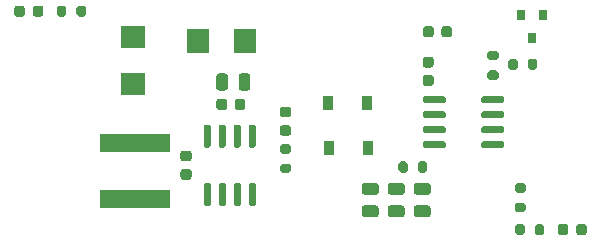
<source format=gbr>
%TF.GenerationSoftware,KiCad,Pcbnew,(5.1.10)-1*%
%TF.CreationDate,2021-09-15T21:12:31+02:00*%
%TF.ProjectId,Aquarium_LED_Dimmer,41717561-7269-4756-9d5f-4c45445f4469,rev?*%
%TF.SameCoordinates,Original*%
%TF.FileFunction,Paste,Top*%
%TF.FilePolarity,Positive*%
%FSLAX46Y46*%
G04 Gerber Fmt 4.6, Leading zero omitted, Abs format (unit mm)*
G04 Created by KiCad (PCBNEW (5.1.10)-1) date 2021-09-15 21:12:31*
%MOMM*%
%LPD*%
G01*
G04 APERTURE LIST*
%ADD10R,5.900000X1.600000*%
%ADD11R,0.800000X0.900000*%
%ADD12R,0.900000X1.200000*%
%ADD13R,1.955800X2.159000*%
%ADD14R,2.159000X1.955800*%
G04 APERTURE END LIST*
%TO.C,R7*%
G36*
G01*
X190425000Y-112475000D02*
X190425000Y-111925000D01*
G75*
G02*
X190625000Y-111725000I200000J0D01*
G01*
X191025000Y-111725000D01*
G75*
G02*
X191225000Y-111925000I0J-200000D01*
G01*
X191225000Y-112475000D01*
G75*
G02*
X191025000Y-112675000I-200000J0D01*
G01*
X190625000Y-112675000D01*
G75*
G02*
X190425000Y-112475000I0J200000D01*
G01*
G37*
G36*
G01*
X188775000Y-112475000D02*
X188775000Y-111925000D01*
G75*
G02*
X188975000Y-111725000I200000J0D01*
G01*
X189375000Y-111725000D01*
G75*
G02*
X189575000Y-111925000I0J-200000D01*
G01*
X189575000Y-112475000D01*
G75*
G02*
X189375000Y-112675000I-200000J0D01*
G01*
X188975000Y-112675000D01*
G75*
G02*
X188775000Y-112475000I0J200000D01*
G01*
G37*
%TD*%
%TO.C,R6*%
G36*
G01*
X188925000Y-109925000D02*
X189475000Y-109925000D01*
G75*
G02*
X189675000Y-110125000I0J-200000D01*
G01*
X189675000Y-110525000D01*
G75*
G02*
X189475000Y-110725000I-200000J0D01*
G01*
X188925000Y-110725000D01*
G75*
G02*
X188725000Y-110525000I0J200000D01*
G01*
X188725000Y-110125000D01*
G75*
G02*
X188925000Y-109925000I200000J0D01*
G01*
G37*
G36*
G01*
X188925000Y-108275000D02*
X189475000Y-108275000D01*
G75*
G02*
X189675000Y-108475000I0J-200000D01*
G01*
X189675000Y-108875000D01*
G75*
G02*
X189475000Y-109075000I-200000J0D01*
G01*
X188925000Y-109075000D01*
G75*
G02*
X188725000Y-108875000I0J200000D01*
G01*
X188725000Y-108475000D01*
G75*
G02*
X188925000Y-108275000I200000J0D01*
G01*
G37*
%TD*%
%TO.C,R5*%
G36*
G01*
X169605000Y-105765000D02*
X169055000Y-105765000D01*
G75*
G02*
X168855000Y-105565000I0J200000D01*
G01*
X168855000Y-105165000D01*
G75*
G02*
X169055000Y-104965000I200000J0D01*
G01*
X169605000Y-104965000D01*
G75*
G02*
X169805000Y-105165000I0J-200000D01*
G01*
X169805000Y-105565000D01*
G75*
G02*
X169605000Y-105765000I-200000J0D01*
G01*
G37*
G36*
G01*
X169605000Y-107415000D02*
X169055000Y-107415000D01*
G75*
G02*
X168855000Y-107215000I0J200000D01*
G01*
X168855000Y-106815000D01*
G75*
G02*
X169055000Y-106615000I200000J0D01*
G01*
X169605000Y-106615000D01*
G75*
G02*
X169805000Y-106815000I0J-200000D01*
G01*
X169805000Y-107215000D01*
G75*
G02*
X169605000Y-107415000I-200000J0D01*
G01*
G37*
%TD*%
%TO.C,R4*%
G36*
G01*
X150775000Y-93425000D02*
X150775000Y-93975000D01*
G75*
G02*
X150575000Y-94175000I-200000J0D01*
G01*
X150175000Y-94175000D01*
G75*
G02*
X149975000Y-93975000I0J200000D01*
G01*
X149975000Y-93425000D01*
G75*
G02*
X150175000Y-93225000I200000J0D01*
G01*
X150575000Y-93225000D01*
G75*
G02*
X150775000Y-93425000I0J-200000D01*
G01*
G37*
G36*
G01*
X152425000Y-93425000D02*
X152425000Y-93975000D01*
G75*
G02*
X152225000Y-94175000I-200000J0D01*
G01*
X151825000Y-94175000D01*
G75*
G02*
X151625000Y-93975000I0J200000D01*
G01*
X151625000Y-93425000D01*
G75*
G02*
X151825000Y-93225000I200000J0D01*
G01*
X152225000Y-93225000D01*
G75*
G02*
X152425000Y-93425000I0J-200000D01*
G01*
G37*
%TD*%
%TO.C,D7*%
G36*
G01*
X193250000Y-111943750D02*
X193250000Y-112456250D01*
G75*
G02*
X193031250Y-112675000I-218750J0D01*
G01*
X192593750Y-112675000D01*
G75*
G02*
X192375000Y-112456250I0J218750D01*
G01*
X192375000Y-111943750D01*
G75*
G02*
X192593750Y-111725000I218750J0D01*
G01*
X193031250Y-111725000D01*
G75*
G02*
X193250000Y-111943750I0J-218750D01*
G01*
G37*
G36*
G01*
X194825000Y-111943750D02*
X194825000Y-112456250D01*
G75*
G02*
X194606250Y-112675000I-218750J0D01*
G01*
X194168750Y-112675000D01*
G75*
G02*
X193950000Y-112456250I0J218750D01*
G01*
X193950000Y-111943750D01*
G75*
G02*
X194168750Y-111725000I218750J0D01*
G01*
X194606250Y-111725000D01*
G75*
G02*
X194825000Y-111943750I0J-218750D01*
G01*
G37*
%TD*%
%TO.C,D6*%
G36*
G01*
X169063750Y-103380000D02*
X169576250Y-103380000D01*
G75*
G02*
X169795000Y-103598750I0J-218750D01*
G01*
X169795000Y-104036250D01*
G75*
G02*
X169576250Y-104255000I-218750J0D01*
G01*
X169063750Y-104255000D01*
G75*
G02*
X168845000Y-104036250I0J218750D01*
G01*
X168845000Y-103598750D01*
G75*
G02*
X169063750Y-103380000I218750J0D01*
G01*
G37*
G36*
G01*
X169063750Y-101805000D02*
X169576250Y-101805000D01*
G75*
G02*
X169795000Y-102023750I0J-218750D01*
G01*
X169795000Y-102461250D01*
G75*
G02*
X169576250Y-102680000I-218750J0D01*
G01*
X169063750Y-102680000D01*
G75*
G02*
X168845000Y-102461250I0J218750D01*
G01*
X168845000Y-102023750D01*
G75*
G02*
X169063750Y-101805000I218750J0D01*
G01*
G37*
%TD*%
%TO.C,D5*%
G36*
G01*
X147937500Y-93956250D02*
X147937500Y-93443750D01*
G75*
G02*
X148156250Y-93225000I218750J0D01*
G01*
X148593750Y-93225000D01*
G75*
G02*
X148812500Y-93443750I0J-218750D01*
G01*
X148812500Y-93956250D01*
G75*
G02*
X148593750Y-94175000I-218750J0D01*
G01*
X148156250Y-94175000D01*
G75*
G02*
X147937500Y-93956250I0J218750D01*
G01*
G37*
G36*
G01*
X146362500Y-93956250D02*
X146362500Y-93443750D01*
G75*
G02*
X146581250Y-93225000I218750J0D01*
G01*
X147018750Y-93225000D01*
G75*
G02*
X147237500Y-93443750I0J-218750D01*
G01*
X147237500Y-93956250D01*
G75*
G02*
X147018750Y-94175000I-218750J0D01*
G01*
X146581250Y-94175000D01*
G75*
G02*
X146362500Y-93956250I0J218750D01*
G01*
G37*
%TD*%
D10*
%TO.C,L1*%
X156600000Y-109600000D03*
X156600000Y-104900000D03*
%TD*%
%TO.C,C8*%
G36*
G01*
X176025000Y-110150000D02*
X176975000Y-110150000D01*
G75*
G02*
X177225000Y-110400000I0J-250000D01*
G01*
X177225000Y-110900000D01*
G75*
G02*
X176975000Y-111150000I-250000J0D01*
G01*
X176025000Y-111150000D01*
G75*
G02*
X175775000Y-110900000I0J250000D01*
G01*
X175775000Y-110400000D01*
G75*
G02*
X176025000Y-110150000I250000J0D01*
G01*
G37*
G36*
G01*
X176025000Y-108250000D02*
X176975000Y-108250000D01*
G75*
G02*
X177225000Y-108500000I0J-250000D01*
G01*
X177225000Y-109000000D01*
G75*
G02*
X176975000Y-109250000I-250000J0D01*
G01*
X176025000Y-109250000D01*
G75*
G02*
X175775000Y-109000000I0J250000D01*
G01*
X175775000Y-108500000D01*
G75*
G02*
X176025000Y-108250000I250000J0D01*
G01*
G37*
%TD*%
%TO.C,C7*%
G36*
G01*
X178225000Y-110150000D02*
X179175000Y-110150000D01*
G75*
G02*
X179425000Y-110400000I0J-250000D01*
G01*
X179425000Y-110900000D01*
G75*
G02*
X179175000Y-111150000I-250000J0D01*
G01*
X178225000Y-111150000D01*
G75*
G02*
X177975000Y-110900000I0J250000D01*
G01*
X177975000Y-110400000D01*
G75*
G02*
X178225000Y-110150000I250000J0D01*
G01*
G37*
G36*
G01*
X178225000Y-108250000D02*
X179175000Y-108250000D01*
G75*
G02*
X179425000Y-108500000I0J-250000D01*
G01*
X179425000Y-109000000D01*
G75*
G02*
X179175000Y-109250000I-250000J0D01*
G01*
X178225000Y-109250000D01*
G75*
G02*
X177975000Y-109000000I0J250000D01*
G01*
X177975000Y-108500000D01*
G75*
G02*
X178225000Y-108250000I250000J0D01*
G01*
G37*
%TD*%
%TO.C,C6*%
G36*
G01*
X180425000Y-110150000D02*
X181375000Y-110150000D01*
G75*
G02*
X181625000Y-110400000I0J-250000D01*
G01*
X181625000Y-110900000D01*
G75*
G02*
X181375000Y-111150000I-250000J0D01*
G01*
X180425000Y-111150000D01*
G75*
G02*
X180175000Y-110900000I0J250000D01*
G01*
X180175000Y-110400000D01*
G75*
G02*
X180425000Y-110150000I250000J0D01*
G01*
G37*
G36*
G01*
X180425000Y-108250000D02*
X181375000Y-108250000D01*
G75*
G02*
X181625000Y-108500000I0J-250000D01*
G01*
X181625000Y-109000000D01*
G75*
G02*
X181375000Y-109250000I-250000J0D01*
G01*
X180425000Y-109250000D01*
G75*
G02*
X180175000Y-109000000I0J250000D01*
G01*
X180175000Y-108500000D01*
G75*
G02*
X180425000Y-108250000I250000J0D01*
G01*
G37*
%TD*%
%TO.C,U2*%
G36*
G01*
X162845000Y-105250000D02*
X162545000Y-105250000D01*
G75*
G02*
X162395000Y-105100000I0J150000D01*
G01*
X162395000Y-103450000D01*
G75*
G02*
X162545000Y-103300000I150000J0D01*
G01*
X162845000Y-103300000D01*
G75*
G02*
X162995000Y-103450000I0J-150000D01*
G01*
X162995000Y-105100000D01*
G75*
G02*
X162845000Y-105250000I-150000J0D01*
G01*
G37*
G36*
G01*
X164115000Y-105250000D02*
X163815000Y-105250000D01*
G75*
G02*
X163665000Y-105100000I0J150000D01*
G01*
X163665000Y-103450000D01*
G75*
G02*
X163815000Y-103300000I150000J0D01*
G01*
X164115000Y-103300000D01*
G75*
G02*
X164265000Y-103450000I0J-150000D01*
G01*
X164265000Y-105100000D01*
G75*
G02*
X164115000Y-105250000I-150000J0D01*
G01*
G37*
G36*
G01*
X165385000Y-105250000D02*
X165085000Y-105250000D01*
G75*
G02*
X164935000Y-105100000I0J150000D01*
G01*
X164935000Y-103450000D01*
G75*
G02*
X165085000Y-103300000I150000J0D01*
G01*
X165385000Y-103300000D01*
G75*
G02*
X165535000Y-103450000I0J-150000D01*
G01*
X165535000Y-105100000D01*
G75*
G02*
X165385000Y-105250000I-150000J0D01*
G01*
G37*
G36*
G01*
X166655000Y-105250000D02*
X166355000Y-105250000D01*
G75*
G02*
X166205000Y-105100000I0J150000D01*
G01*
X166205000Y-103450000D01*
G75*
G02*
X166355000Y-103300000I150000J0D01*
G01*
X166655000Y-103300000D01*
G75*
G02*
X166805000Y-103450000I0J-150000D01*
G01*
X166805000Y-105100000D01*
G75*
G02*
X166655000Y-105250000I-150000J0D01*
G01*
G37*
G36*
G01*
X166655000Y-110200000D02*
X166355000Y-110200000D01*
G75*
G02*
X166205000Y-110050000I0J150000D01*
G01*
X166205000Y-108400000D01*
G75*
G02*
X166355000Y-108250000I150000J0D01*
G01*
X166655000Y-108250000D01*
G75*
G02*
X166805000Y-108400000I0J-150000D01*
G01*
X166805000Y-110050000D01*
G75*
G02*
X166655000Y-110200000I-150000J0D01*
G01*
G37*
G36*
G01*
X165385000Y-110200000D02*
X165085000Y-110200000D01*
G75*
G02*
X164935000Y-110050000I0J150000D01*
G01*
X164935000Y-108400000D01*
G75*
G02*
X165085000Y-108250000I150000J0D01*
G01*
X165385000Y-108250000D01*
G75*
G02*
X165535000Y-108400000I0J-150000D01*
G01*
X165535000Y-110050000D01*
G75*
G02*
X165385000Y-110200000I-150000J0D01*
G01*
G37*
G36*
G01*
X164115000Y-110200000D02*
X163815000Y-110200000D01*
G75*
G02*
X163665000Y-110050000I0J150000D01*
G01*
X163665000Y-108400000D01*
G75*
G02*
X163815000Y-108250000I150000J0D01*
G01*
X164115000Y-108250000D01*
G75*
G02*
X164265000Y-108400000I0J-150000D01*
G01*
X164265000Y-110050000D01*
G75*
G02*
X164115000Y-110200000I-150000J0D01*
G01*
G37*
G36*
G01*
X162845000Y-110200000D02*
X162545000Y-110200000D01*
G75*
G02*
X162395000Y-110050000I0J150000D01*
G01*
X162395000Y-108400000D01*
G75*
G02*
X162545000Y-108250000I150000J0D01*
G01*
X162845000Y-108250000D01*
G75*
G02*
X162995000Y-108400000I0J-150000D01*
G01*
X162995000Y-110050000D01*
G75*
G02*
X162845000Y-110200000I-150000J0D01*
G01*
G37*
%TD*%
%TO.C,U1*%
G36*
G01*
X182900000Y-104855000D02*
X182900000Y-105155000D01*
G75*
G02*
X182750000Y-105305000I-150000J0D01*
G01*
X181100000Y-105305000D01*
G75*
G02*
X180950000Y-105155000I0J150000D01*
G01*
X180950000Y-104855000D01*
G75*
G02*
X181100000Y-104705000I150000J0D01*
G01*
X182750000Y-104705000D01*
G75*
G02*
X182900000Y-104855000I0J-150000D01*
G01*
G37*
G36*
G01*
X182900000Y-103585000D02*
X182900000Y-103885000D01*
G75*
G02*
X182750000Y-104035000I-150000J0D01*
G01*
X181100000Y-104035000D01*
G75*
G02*
X180950000Y-103885000I0J150000D01*
G01*
X180950000Y-103585000D01*
G75*
G02*
X181100000Y-103435000I150000J0D01*
G01*
X182750000Y-103435000D01*
G75*
G02*
X182900000Y-103585000I0J-150000D01*
G01*
G37*
G36*
G01*
X182900000Y-102315000D02*
X182900000Y-102615000D01*
G75*
G02*
X182750000Y-102765000I-150000J0D01*
G01*
X181100000Y-102765000D01*
G75*
G02*
X180950000Y-102615000I0J150000D01*
G01*
X180950000Y-102315000D01*
G75*
G02*
X181100000Y-102165000I150000J0D01*
G01*
X182750000Y-102165000D01*
G75*
G02*
X182900000Y-102315000I0J-150000D01*
G01*
G37*
G36*
G01*
X182900000Y-101045000D02*
X182900000Y-101345000D01*
G75*
G02*
X182750000Y-101495000I-150000J0D01*
G01*
X181100000Y-101495000D01*
G75*
G02*
X180950000Y-101345000I0J150000D01*
G01*
X180950000Y-101045000D01*
G75*
G02*
X181100000Y-100895000I150000J0D01*
G01*
X182750000Y-100895000D01*
G75*
G02*
X182900000Y-101045000I0J-150000D01*
G01*
G37*
G36*
G01*
X187850000Y-101045000D02*
X187850000Y-101345000D01*
G75*
G02*
X187700000Y-101495000I-150000J0D01*
G01*
X186050000Y-101495000D01*
G75*
G02*
X185900000Y-101345000I0J150000D01*
G01*
X185900000Y-101045000D01*
G75*
G02*
X186050000Y-100895000I150000J0D01*
G01*
X187700000Y-100895000D01*
G75*
G02*
X187850000Y-101045000I0J-150000D01*
G01*
G37*
G36*
G01*
X187850000Y-102315000D02*
X187850000Y-102615000D01*
G75*
G02*
X187700000Y-102765000I-150000J0D01*
G01*
X186050000Y-102765000D01*
G75*
G02*
X185900000Y-102615000I0J150000D01*
G01*
X185900000Y-102315000D01*
G75*
G02*
X186050000Y-102165000I150000J0D01*
G01*
X187700000Y-102165000D01*
G75*
G02*
X187850000Y-102315000I0J-150000D01*
G01*
G37*
G36*
G01*
X187850000Y-103585000D02*
X187850000Y-103885000D01*
G75*
G02*
X187700000Y-104035000I-150000J0D01*
G01*
X186050000Y-104035000D01*
G75*
G02*
X185900000Y-103885000I0J150000D01*
G01*
X185900000Y-103585000D01*
G75*
G02*
X186050000Y-103435000I150000J0D01*
G01*
X187700000Y-103435000D01*
G75*
G02*
X187850000Y-103585000I0J-150000D01*
G01*
G37*
G36*
G01*
X187850000Y-104855000D02*
X187850000Y-105155000D01*
G75*
G02*
X187700000Y-105305000I-150000J0D01*
G01*
X186050000Y-105305000D01*
G75*
G02*
X185900000Y-105155000I0J150000D01*
G01*
X185900000Y-104855000D01*
G75*
G02*
X186050000Y-104705000I150000J0D01*
G01*
X187700000Y-104705000D01*
G75*
G02*
X187850000Y-104855000I0J-150000D01*
G01*
G37*
%TD*%
%TO.C,R3*%
G36*
G01*
X189825000Y-98475000D02*
X189825000Y-97925000D01*
G75*
G02*
X190025000Y-97725000I200000J0D01*
G01*
X190425000Y-97725000D01*
G75*
G02*
X190625000Y-97925000I0J-200000D01*
G01*
X190625000Y-98475000D01*
G75*
G02*
X190425000Y-98675000I-200000J0D01*
G01*
X190025000Y-98675000D01*
G75*
G02*
X189825000Y-98475000I0J200000D01*
G01*
G37*
G36*
G01*
X188175000Y-98475000D02*
X188175000Y-97925000D01*
G75*
G02*
X188375000Y-97725000I200000J0D01*
G01*
X188775000Y-97725000D01*
G75*
G02*
X188975000Y-97925000I0J-200000D01*
G01*
X188975000Y-98475000D01*
G75*
G02*
X188775000Y-98675000I-200000J0D01*
G01*
X188375000Y-98675000D01*
G75*
G02*
X188175000Y-98475000I0J200000D01*
G01*
G37*
%TD*%
%TO.C,R2*%
G36*
G01*
X186625000Y-98725000D02*
X187175000Y-98725000D01*
G75*
G02*
X187375000Y-98925000I0J-200000D01*
G01*
X187375000Y-99325000D01*
G75*
G02*
X187175000Y-99525000I-200000J0D01*
G01*
X186625000Y-99525000D01*
G75*
G02*
X186425000Y-99325000I0J200000D01*
G01*
X186425000Y-98925000D01*
G75*
G02*
X186625000Y-98725000I200000J0D01*
G01*
G37*
G36*
G01*
X186625000Y-97075000D02*
X187175000Y-97075000D01*
G75*
G02*
X187375000Y-97275000I0J-200000D01*
G01*
X187375000Y-97675000D01*
G75*
G02*
X187175000Y-97875000I-200000J0D01*
G01*
X186625000Y-97875000D01*
G75*
G02*
X186425000Y-97675000I0J200000D01*
G01*
X186425000Y-97275000D01*
G75*
G02*
X186625000Y-97075000I200000J0D01*
G01*
G37*
%TD*%
%TO.C,R1*%
G36*
G01*
X179675000Y-106625000D02*
X179675000Y-107175000D01*
G75*
G02*
X179475000Y-107375000I-200000J0D01*
G01*
X179075000Y-107375000D01*
G75*
G02*
X178875000Y-107175000I0J200000D01*
G01*
X178875000Y-106625000D01*
G75*
G02*
X179075000Y-106425000I200000J0D01*
G01*
X179475000Y-106425000D01*
G75*
G02*
X179675000Y-106625000I0J-200000D01*
G01*
G37*
G36*
G01*
X181325000Y-106625000D02*
X181325000Y-107175000D01*
G75*
G02*
X181125000Y-107375000I-200000J0D01*
G01*
X180725000Y-107375000D01*
G75*
G02*
X180525000Y-107175000I0J200000D01*
G01*
X180525000Y-106625000D01*
G75*
G02*
X180725000Y-106425000I200000J0D01*
G01*
X181125000Y-106425000D01*
G75*
G02*
X181325000Y-106625000I0J-200000D01*
G01*
G37*
%TD*%
D11*
%TO.C,Q1*%
X190200000Y-96000000D03*
X189250000Y-94000000D03*
X191150000Y-94000000D03*
%TD*%
D12*
%TO.C,D4*%
X172950000Y-101500000D03*
X176250000Y-101500000D03*
%TD*%
%TO.C,D3*%
X176300000Y-105250000D03*
X173000000Y-105250000D03*
%TD*%
D13*
%TO.C,D2*%
X165868500Y-96200000D03*
X161931500Y-96200000D03*
%TD*%
D14*
%TO.C,D1*%
X156400000Y-99868500D03*
X156400000Y-95931500D03*
%TD*%
%TO.C,C5*%
G36*
G01*
X182525000Y-95700000D02*
X182525000Y-95200000D01*
G75*
G02*
X182750000Y-94975000I225000J0D01*
G01*
X183200000Y-94975000D01*
G75*
G02*
X183425000Y-95200000I0J-225000D01*
G01*
X183425000Y-95700000D01*
G75*
G02*
X183200000Y-95925000I-225000J0D01*
G01*
X182750000Y-95925000D01*
G75*
G02*
X182525000Y-95700000I0J225000D01*
G01*
G37*
G36*
G01*
X180975000Y-95700000D02*
X180975000Y-95200000D01*
G75*
G02*
X181200000Y-94975000I225000J0D01*
G01*
X181650000Y-94975000D01*
G75*
G02*
X181875000Y-95200000I0J-225000D01*
G01*
X181875000Y-95700000D01*
G75*
G02*
X181650000Y-95925000I-225000J0D01*
G01*
X181200000Y-95925000D01*
G75*
G02*
X180975000Y-95700000I0J225000D01*
G01*
G37*
%TD*%
%TO.C,C4*%
G36*
G01*
X160650000Y-107075000D02*
X161150000Y-107075000D01*
G75*
G02*
X161375000Y-107300000I0J-225000D01*
G01*
X161375000Y-107750000D01*
G75*
G02*
X161150000Y-107975000I-225000J0D01*
G01*
X160650000Y-107975000D01*
G75*
G02*
X160425000Y-107750000I0J225000D01*
G01*
X160425000Y-107300000D01*
G75*
G02*
X160650000Y-107075000I225000J0D01*
G01*
G37*
G36*
G01*
X160650000Y-105525000D02*
X161150000Y-105525000D01*
G75*
G02*
X161375000Y-105750000I0J-225000D01*
G01*
X161375000Y-106200000D01*
G75*
G02*
X161150000Y-106425000I-225000J0D01*
G01*
X160650000Y-106425000D01*
G75*
G02*
X160425000Y-106200000I0J225000D01*
G01*
X160425000Y-105750000D01*
G75*
G02*
X160650000Y-105525000I225000J0D01*
G01*
G37*
%TD*%
%TO.C,C3*%
G36*
G01*
X181650000Y-98475000D02*
X181150000Y-98475000D01*
G75*
G02*
X180925000Y-98250000I0J225000D01*
G01*
X180925000Y-97800000D01*
G75*
G02*
X181150000Y-97575000I225000J0D01*
G01*
X181650000Y-97575000D01*
G75*
G02*
X181875000Y-97800000I0J-225000D01*
G01*
X181875000Y-98250000D01*
G75*
G02*
X181650000Y-98475000I-225000J0D01*
G01*
G37*
G36*
G01*
X181650000Y-100025000D02*
X181150000Y-100025000D01*
G75*
G02*
X180925000Y-99800000I0J225000D01*
G01*
X180925000Y-99350000D01*
G75*
G02*
X181150000Y-99125000I225000J0D01*
G01*
X181650000Y-99125000D01*
G75*
G02*
X181875000Y-99350000I0J-225000D01*
G01*
X181875000Y-99800000D01*
G75*
G02*
X181650000Y-100025000I-225000J0D01*
G01*
G37*
%TD*%
%TO.C,C2*%
G36*
G01*
X165025000Y-101850000D02*
X165025000Y-101350000D01*
G75*
G02*
X165250000Y-101125000I225000J0D01*
G01*
X165700000Y-101125000D01*
G75*
G02*
X165925000Y-101350000I0J-225000D01*
G01*
X165925000Y-101850000D01*
G75*
G02*
X165700000Y-102075000I-225000J0D01*
G01*
X165250000Y-102075000D01*
G75*
G02*
X165025000Y-101850000I0J225000D01*
G01*
G37*
G36*
G01*
X163475000Y-101850000D02*
X163475000Y-101350000D01*
G75*
G02*
X163700000Y-101125000I225000J0D01*
G01*
X164150000Y-101125000D01*
G75*
G02*
X164375000Y-101350000I0J-225000D01*
G01*
X164375000Y-101850000D01*
G75*
G02*
X164150000Y-102075000I-225000J0D01*
G01*
X163700000Y-102075000D01*
G75*
G02*
X163475000Y-101850000I0J225000D01*
G01*
G37*
%TD*%
%TO.C,C1*%
G36*
G01*
X165350000Y-100175000D02*
X165350000Y-99225000D01*
G75*
G02*
X165600000Y-98975000I250000J0D01*
G01*
X166100000Y-98975000D01*
G75*
G02*
X166350000Y-99225000I0J-250000D01*
G01*
X166350000Y-100175000D01*
G75*
G02*
X166100000Y-100425000I-250000J0D01*
G01*
X165600000Y-100425000D01*
G75*
G02*
X165350000Y-100175000I0J250000D01*
G01*
G37*
G36*
G01*
X163450000Y-100175000D02*
X163450000Y-99225000D01*
G75*
G02*
X163700000Y-98975000I250000J0D01*
G01*
X164200000Y-98975000D01*
G75*
G02*
X164450000Y-99225000I0J-250000D01*
G01*
X164450000Y-100175000D01*
G75*
G02*
X164200000Y-100425000I-250000J0D01*
G01*
X163700000Y-100425000D01*
G75*
G02*
X163450000Y-100175000I0J250000D01*
G01*
G37*
%TD*%
M02*

</source>
